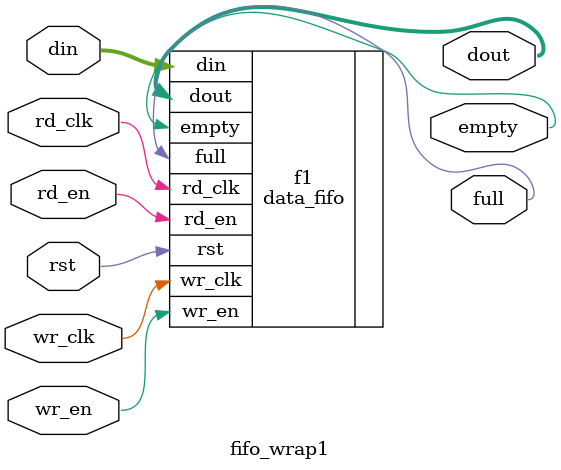
<source format=v>
`timescale 1ns / 1ps
module fifo_wrap1(rst,wr_clk, rd_clk, din,wr_en,rd_en,dout,full,empty
    );

input rst,wr_clk,rd_clk,wr_en,rd_en;
input [63:0] din;
output full, empty;
output [31:0] dout;

data_fifo f1 (
  .rst(rst), // input rst
  .wr_clk(wr_clk), // input wr_clk
  .rd_clk(rd_clk), // input rd_clk
  .din(din), // input [63 : 0] din
  .wr_en(wr_en), // input wr_en
  .rd_en(rd_en), // input rd_en
  .dout(dout), // output [31 : 0] dout
  .full(full), // output full
  .empty(empty) // output empty
);

endmodule

</source>
